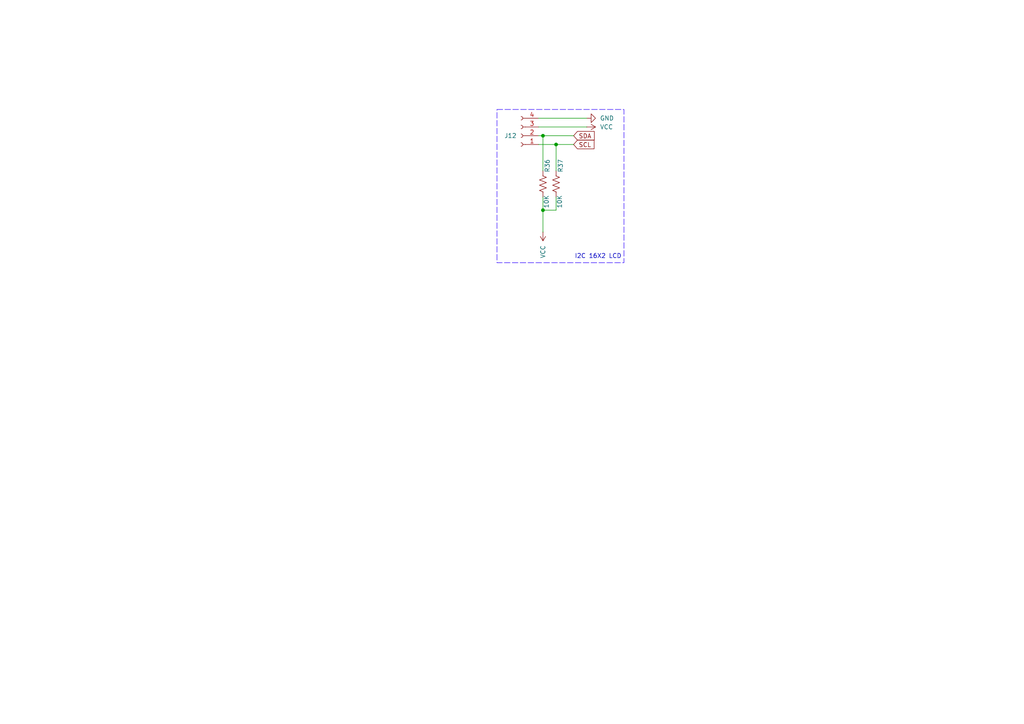
<source format=kicad_sch>
(kicad_sch (version 20250114) (generator "eeschema") (generator_version "9.0")
  (paper "A4")
  (lib_symbols
    (symbol "Connector:Conn_01x04_Socket" (pin_names (offset 1.016) (hide yes))
      (property "Reference" "J" (at 0 5.08 0))
      (property "Value" "Conn_01x04_Socket" (at 0 -7.62 0))
      (symbol "Conn_01x04_Socket_1_1"
        (polyline (pts (xy -1.27 2.54) (xy -0.508 2.54)) (stroke (width 0.1524)))
        (polyline (pts (xy -1.27 0) (xy -0.508 0)) (stroke (width 0.1524)))
        (polyline (pts (xy -1.27 -2.54) (xy -0.508 -2.54)) (stroke (width 0.1524)))
        (polyline (pts (xy -1.27 -5.08) (xy -0.508 -5.08)) (stroke (width 0.1524)))
        (arc (start 0 2.032) (mid -0.5058 2.54) (end 0 3.048) (stroke (width 0.1524)))
        (arc (start 0 -0.508) (mid -0.5058 0) (end 0 0.508) (stroke (width 0.1524)))
        (arc (start 0 -3.048) (mid -0.5058 -2.54) (end 0 -2.032) (stroke (width 0.1524)))
        (arc (start 0 -5.588) (mid -0.5058 -5.08) (end 0 -4.572) (stroke (width 0.1524)))
        (pin passive line (at -5.08 2.54 0) (length 3.81) (name "Pin_1") (number "1"))
        (pin passive line (at -5.08 0 0) (length 3.81) (name "Pin_2") (number "2"))
        (pin passive line (at -5.08 -2.54 0) (length 3.81) (name "Pin_3") (number "3"))
        (pin passive line (at -5.08 -5.08 0) (length 3.81) (name "Pin_4") (number "4"))
      )
    )
    (symbol "Device:R_US" (pin_numbers (hide yes)) (pin_names (offset 0))
      (property "Reference" "R" (at 2.54 0 90))
      (property "Value" "R_US" (at -2.54 0 90))
      (symbol "R_US_0_1"
        (polyline (pts (xy 0 2.286) (xy 0 2.54)))
        (polyline (pts (xy 0 2.286) (xy 1.016 1.905) (xy 0 1.524) (xy -1.016 1.143) (xy 0 0.762)))
        (polyline (pts (xy 0 0.762) (xy 1.016 0.381) (xy 0 0) (xy -1.016 -0.381) (xy 0 -0.762)))
        (polyline (pts (xy 0 -0.762) (xy 1.016 -1.143) (xy 0 -1.524) (xy -1.016 -1.905) (xy 0 -2.286)))
        (polyline (pts (xy 0 -2.286) (xy 0 -2.54)))
      )
      (symbol "R_US_1_1"
        (pin passive line (at 0 3.81 270) (length 1.27) (name "~") (number "1"))
        (pin passive line (at 0 -3.81 90) (length 1.27) (name "~") (number "2"))
      )
    )
    (symbol "power:GND" (power) (pin_numbers (hide yes)) (pin_names (offset 0) (hide yes))
      (property "Value" "GND" (at 0 -3.81 0))
      (symbol "GND_0_1"
        (polyline (pts (xy 0 0) (xy 0 -1.27) (xy 1.27 -1.27) (xy 0 -2.54) (xy -1.27 -1.27) (xy 0 -1.27)))
      )
      (symbol "GND_1_1"
        (pin power_in line (at 0 0 270) (length 0) (name "~") (number "1"))
      )
    )
    (symbol "power:VCC" (power) (pin_numbers (hide yes)) (pin_names (offset 0) (hide yes))
      (property "Value" "VCC" (at 0 3.556 0))
      (symbol "VCC_0_1"
        (polyline (pts (xy -0.762 1.27) (xy 0 2.54)))
        (polyline (pts (xy 0 2.54) (xy 0.762 1.27)))
        (polyline (pts (xy 0 0) (xy 0 2.54)))
      )
      (symbol "VCC_1_1"
        (pin power_in line (at 0 0 90) (length 0) (name "~") (number "1"))
      )
    )
  )
  (rectangle (start 144.145 31.75) (end 180.975 76.2) (stroke (width 0) (type dash) (color 50 9 255 1)))
  (text "I2C 16X2 LCD" (at 173.482 74.422 0) (effects (font (size 1.27 1.27))))
  (junction (at 157.48 60.96))
  (junction (at 157.48 39.37))
  (junction (at 161.29 41.91))
  (wire (pts (xy 156.21 39.37) (xy 157.48 39.37)))
  (wire (pts (xy 161.29 41.91) (xy 166.37 41.91)))
  (wire (pts (xy 157.48 57.15) (xy 157.48 60.96)))
  (wire (pts (xy 156.21 36.83) (xy 170.18 36.83)))
  (wire (pts (xy 161.29 57.15) (xy 161.29 60.96)))
  (wire (pts (xy 161.29 41.91) (xy 161.29 49.53)))
  (wire (pts (xy 157.48 39.37) (xy 157.48 49.53)))
  (wire (pts (xy 157.48 39.37) (xy 166.37 39.37)))
  (wire (pts (xy 156.21 34.29) (xy 170.18 34.29)))
  (wire (pts (xy 157.48 60.96) (xy 157.48 67.31)))
  (wire (pts (xy 156.21 41.91) (xy 161.29 41.91)))
  (wire (pts (xy 161.29 60.96) (xy 157.48 60.96)))
  (global_label "SDA" (shape input) (at 166.37 39.37 0) (property "Intersheetrefs" "${INTERSHEET_REFS}" (effects (hide yes))))
  (global_label "SCL" (shape input) (at 166.37 41.91 0) (property "Intersheetrefs" "${INTERSHEET_REFS}" (effects (hide yes))))
  (symbol (lib_id "Device:R_US") (at 161.29 53.34 0) (unit 1)
    (property "Reference" "R37" (at 162.56 50.038 90) (effects (justify left)))
    (property "Value" "10K" (at 162.306 60.452 90) (effects (justify left)))
    (property "Footprint" "Resistor_THT:R_Axial_DIN0204_L3.6mm_D1.6mm_P5.08mm_Horizontal" (effects (hide yes)))
    (property "Description" "Resistor, US symbol" (effects (hide yes)))
    (instances (project "atmega328p_base" (path "" (reference "R37") (unit 1))) (project "" (path "" (reference "R48") (unit 1))))
  )
  (symbol (lib_id "Connector:Conn_01x04_Socket") (at 151.13 39.37 180) (unit 1)
    (property "Reference" "J12" (at 149.86 39.3701 0) (effects (justify left)))
    (property "Value" "Conn_01x04_Socket" (effects (hide yes)))
    (property "Footprint" "Connector_Samtec_HPM_THT:Samtec_HPM-04-01-x-S_Straight_1x04_Pitch5.08mm" (effects (hide yes)))
    (property "Description" "Generic connector, single row, 01x04, script generated" (effects (hide yes)))
    (instances (project "atmega328p_base" (path "" (reference "J12") (unit 1))) (project "" (path "" (reference "J13") (unit 1))))
  )
  (symbol (lib_id "power:VCC") (at 170.18 36.83 270) (unit 1)
    (property "Reference" "#PWR034" (effects (hide yes)))
    (property "Value" "VCC" (at 173.99 36.83 90) (effects (justify left)))
    (instances (project "atmega328p_base" (path "" (reference "#PWR034") (unit 1))) (project "TEST" (path "" (reference "#PWR?") (unit 1))))
  )
  (symbol (lib_id "power:VCC") (at 157.48 67.31 180) (unit 1)
    (property "Reference" "#PWR032" (effects (hide yes)))
    (property "Value" "VCC" (at 157.48 71.12 90) (effects (justify left)))
    (instances (project "atmega328p_base" (path "" (reference "#PWR032") (unit 1))) (project "TEST" (path "" (reference "#PWR?") (unit 1))))
  )
  (symbol (lib_id "power:GND") (at 170.18 34.29 90) (unit 1)
    (property "Reference" "#PWR033" (effects (hide yes)))
    (property "Value" "GND" (at 173.99 34.2899 90) (effects (justify right)))
    (property "Description" "Power symbol creates a global label with name \"GND\" , ground" (effects (hide yes)))
    (instances (project "atmega328p_base" (path "" (reference "#PWR033") (unit 1))) (project "TEST" (path "" (reference "#PWR?") (unit 1))))
  )
  (symbol (lib_id "Device:R_US") (at 157.48 53.34 0) (unit 1)
    (property "Reference" "R36" (at 158.75 50.038 90) (effects (justify left)))
    (property "Value" "10K" (at 158.496 60.452 90) (effects (justify left)))
    (property "Footprint" "Resistor_THT:R_Axial_DIN0204_L3.6mm_D1.6mm_P5.08mm_Horizontal" (effects (hide yes)))
    (property "Description" "Resistor, US symbol" (effects (hide yes)))
    (instances (project "atmega328p_base" (path "" (reference "R36") (unit 1))) (project "" (path "" (reference "R47") (unit 1))))
  )
)
</source>
